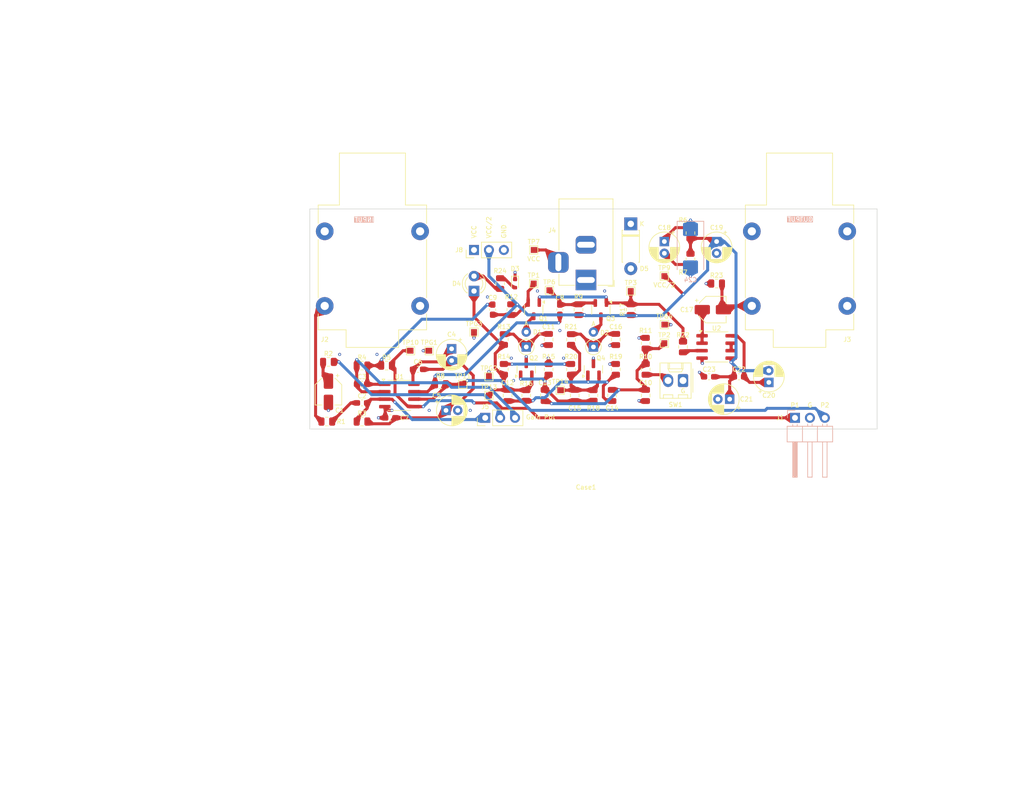
<source format=kicad_pcb>
(kicad_pcb (version 20240108) (generator "pcbnew") (generator_version "8.0")
  (layers (0 "F.Cu" signal) (1 "In1.Cu" power) (2 "In2.Cu" power) (31 "B.Cu" signal) (34 "B.Paste" user) (35 "F.Paste" user) (36 "B.SilkS" user "B.Silkscreen") (37 "F.SilkS" user "F.Silkscreen") (38 "B.Mask" user) (39 "F.Mask" user) (44 "Edge.Cuts" user))
  (net 0 "")
  (net 1 "GNDA")
  (net 2 "Net-(C1-Pad1)")
  (net 3 "Net-(C2-Pad1)")
  (net 4 "Net-(J5-Pin_1)")
  (net 5 "/VSIG")
  (net 6 "Net-(J5-Pin_3)")
  (net 7 "VCC{slash}2")
  (net 8 "VCC")
  (net 9 "/EQOUT")
  (net 10 "/jfet_footswitch/SWOUT")
  (net 11 "/jfet_footswitch/SW")
  (net 12 "Net-(D1-K)")
  (net 13 "Net-(Q4-B)")
  (net 14 "Net-(D4-K)")
  (net 15 "Net-(Q2-B)")
  (net 16 "Net-(Q4-C)")
  (net 17 "Net-(D2-K)")
  (net 18 "Net-(U2A--)")
  (net 19 "/jfet_footswitch/VOUT")
  (net 20 "Net-(D1-A)")
  (net 21 "Net-(D2-A)")
  (net 22 "Net-(Q1-S)")
  (net 23 "/IN")
  (net 24 "Net-(J5-Pin_2)")
  (net 25 "/P1")
  (net 26 "Net-(R10-Pad1)")
  (net 27 "Net-(R14-Pad2)")
  (net 28 "Net-(U2A-+)")
  (net 29 "Net-(U2B--)")
  (net 34 "Net-(D3-A)")
  (net 35 "Net-(D4-A)")
  (net 36 "Net-(Q3-S)")
  (net 37 "/P2")
  (footprint "Capacitor_THT:CP_Radial_D5.0mm_P2.00mm" (layer "F.Cu") (at 141.148 84.843638 -90)
    (property "Reference" "C4")
    (property "Value" "100u")
  )
  (footprint "Capacitor_SMD:C_0805_2012Metric" (layer "F.Cu") (at 169.088 83.257 90)
    (property "Reference" "C16")
    (property "Value" "22n")
  )
  (footprint "Resistor_SMD:R_0805_2012Metric" (layer "F.Cu") (at 180.518 84.527 90)
    (property "Reference" "R22")
    (property "Value" "4.7K")
  )
  (footprint "Resistor_SMD:R_0805_2012Metric" (layer "F.Cu") (at 165.278 92.782 -90)
    (property "Reference" "R18")
    (property "Value" "56K")
  )
  (footprint "Capacitor_SMD:C_0805_2012Metric" (layer "F.Cu") (at 174.168 92.782 90)
    (property "Reference" "C10")
    (property "Value" "1n")
  )
  (footprint "Diode_THT:D_DO-35_SOD27_P2.54mm_Vertical_AnodeUp" (layer "F.Cu") (at 153.848 84.527 90)
    (property "Reference" "D1")
    (property "Value" "1N914")
  )
  (footprint "Resistor_SMD:R_0805_2012Metric" (layer "F.Cu") (at 150.038 83.257 90)
    (property "Reference" "R13")
    (property "Value" "1M")
  )
  (footprint "Resistor_SMD:R_0805_2012Metric" (layer "F.Cu") (at 157.658 88.337 -90)
    (property "Reference" "R15")
    (property "Value" "56K")
  )
  (footprint "Package_SO:SOIC-8_3.9x4.9mm_P1.27mm" (layer "F.Cu") (at 186.233 84.527)
    (property "Reference" "U2")
    (property "Value" "TL072")
  )
  (footprint "Resistor_SMD:R_0805_2012Metric" (layer "F.Cu") (at 169.088 88.337 -90)
    (property "Reference" "R19")
    (property "Value" "56K")
  )
  (footprint "Resistor_SMD:R_0805_2012Metric" (layer "F.Cu") (at 130.08 87.702)
    (property "Reference" "R5")
    (property "Value" "10K")
  )
  (footprint "Capacitor_SMD:C_0805_2012Metric" (layer "F.Cu") (at 168.453 92.782 90)
    (property "Reference" "C14")
    (property "Value" "220p")
  )
  (footprint "Resistor_SMD:R_0805_2012Metric" (layer "F.Cu") (at 125.908 97.227 180)
    (property "Reference" "R3")
    (property "Value" "470K")
  )
  (footprint "Package_SO:SOIC-8_3.9x4.9mm_P1.27mm" (layer "F.Cu") (at 132.258 92.782)
    (property "Reference" "U1")
    (property "Value" "TL072")
  )
  (footprint "Diode_THT:D_DO-41_SOD81_P7.62mm_Horizontal" (layer "F.Cu") (at 171.628 63.572 -90)
    (property "Reference" "D5")
    (property "Value" "1N4001")
  )
  (footprint "TestPoint:TestPoint_Pad_1.0x1.0mm" (layer "F.Cu") (at 159.623 91.893)
    (property "Reference" "TP14")
    (property "Value" "TestPoint")
  )
  (footprint "TestPoint:TestPoint_Pad_1.0x1.0mm" (layer "F.Cu") (at 177.343 80.717)
    (property "Reference" "TPG4")
    (property "Value" "TestPoint")
  )
  (footprint "Capacitor_SMD:C_0603_1608Metric_Pad1.08x0.95mm_HandSolder" (layer "F.Cu") (at 190.043 89.607)
    (property "Reference" "C22")
    (property "Value" "0.1u")
  )
  (footprint "LED_THT:LED_D3.0mm_Clear" (layer "F.Cu") (at 144.958 75.007 90)
    (property "Reference" "D4")
    (property "Value" "1.5-2V")
  )
  (footprint "Capacitor_SMD:C_0603_1608Metric_Pad1.08x0.95mm_HandSolder" (layer "F.Cu") (at 135.433 88.337 180)
    (property "Reference" "C6")
    (property "Value" "0.1u")
  )
  (footprint "Resistor_SMD:R_0805_2012Metric" (layer "F.Cu") (at 186.233 73.732)
    (property "Reference" "R23")
    (property "Value" "1M")
  )
  (footprint "Resistor_SMD:R_0805_2012Metric" (layer "F.Cu") (at 174.168 88.337 90)
    (property "Reference" "R10")
    (property "Value" "100")
  )
  (footprint "Package_TO_SOT_SMD:SOT-23-3" (layer "F.Cu") (at 166.548 78.177 -90)
    (property "Reference" "Q3")
    (property "Value" "MMBF4393LT1G")
  )
  (footprint "Capacitor_SMD:C_0603_1608Metric_Pad1.08x0.95mm_HandSolder" (layer "F.Cu") (at 148.133 78.177 -90)
    (property "Reference" "C9")
    (property "Value" "1u")
  )
  (footprint "Resistor_SMD:R_0805_2012Metric" (layer "F.Cu") (at 161.468 83.257 90)
    (property "Reference" "R21")
    (property "Value" "1M")
  )
  (footprint "Resistor_SMD:R_0805_2012Metric" (layer "F.Cu") (at 174.168 83.892 90)
    (property "Reference" "R11")
    (property "Value" "1M")
  )
  (footprint "Capacitor_SMD:C_0603_1608Metric_Pad1.08x0.95mm_HandSolder" (layer "F.Cu") (at 159.563 78.177 -90)
    (property "Reference" "C8")
    (property "Value" "1u")
  )
  (footprint "Capacitor_SMD:C_0603_1608Metric_Pad1.08x0.95mm_HandSolder" (layer "F.Cu") (at 130.715 96.592)
    (property "Reference" "C7")
    (property "Value" "0.1u")
  )
  (footprint "TestPoint:TestPoint_Pad_1.0x1.0mm" (layer "F.Cu") (at 155.118 68.017)
    (property "Reference" "TP7")
    (property "Value" "TestPoint")
  )
  (footprint "Capacitor_THT:CP_Radial_D5.0mm_P2.00mm" (layer "F.Cu") (at 188.456363 93.417 180)
    (property "Reference" "C21")
    (property "Value" "100u")
  )
  (footprint "TestPoint:TestPoint_Pad_1.0x1.0mm" (layer "F.Cu") (at 143.053 90.877 180)
    (property "Reference" "TP11")
    (property "Value" "TestPoint")
  )
  (footprint "TestPoint:TestPoint_Pad_1.0x1.0mm" (layer "F.Cu") (at 144.958 81.987)
    (property "Reference" "TPG3")
    (property "Value" "TestPoint")
  )
  (footprint "Capacitor_SMD:CP_Elec_4x5.4" (layer "F.Cu") (at 120.193 92.147 -90)
    (property "Reference" "C1")
    (property "Value" "10u")
  )
  (footprint "Resistor_SMD:R_0805_2012Metric" (layer "F.Cu") (at 150.038 88.337 90)
    (property "Reference" "R14")
    (property "Value" "56K")
  )
  (footprint "Capacitor_SMD:C_0805_2012Metric" (layer "F.Cu") (at 157.658 83.257 90)
    (property "Reference" "C11")
    (property "Value" "22n")
  )
  (footprint "Resistor_SMD:R_0805_2012Metric" (layer "F.Cu") (at 120.193 87.067 180)
    (property "Reference" "R2")
    (property "Value" "2.2K")
  )
  (footprint "Resistor_SMD:R_0805_2012Metric" (layer "F.Cu") (at 162.738 78.177 90)
    (property "Reference" "R9")
    (property "Value" "1M")
  )
  (footprint "TestPoint:TestPoint_Pad_1.0x1.0mm" (layer "F.Cu") (at 134.163 85.162 180)
    (property "Reference" "TP10")
    (property "Value" "TestPoint")
  )
  (footprint "TestPoint:TestPoint_Pad_1.0x1.0mm" (layer "F.Cu") (at 157.785 74.875)
    (property "Reference" "TP6")
    (property "Value" "TestPoint")
  )
  (footprint "Package_TO_SOT_SMD:SOT-23" (layer "F.Cu") (at 165.278 88.337 90)
    (property "Reference" "Q4")
    (property "Value" "PZT2222A")
  )
  (footprint "Resistor_SMD:R_0805_2012Metric" (layer "F.Cu") (at 119.9155 97.227)
    (property "Reference" "R1")
    (property "Value" "10K")
  )
  (footprint "Capacitor_SMD:C_0805_2012Metric" (layer "F.Cu") (at 162.103 92.782 -90)
    (property "Reference" "C15")
    (property "Value" "470p")
  )
  (footprint "TestPoint:TestPoint_Pad_1.0x1.0mm" (layer "F.Cu") (at 177.343 83.892)
    (property "Reference" "TP2")
    (property "Value" "TestPoint")
  )
  (footprint "Capacitor_SMD:CP_Elec_4x5.4" (layer "F.Cu") (at 185.598 78.177)
    (property "Reference" "C17")
    (property "Value" "10u")
  )
  (footprint "Resistor_SMD:R_0805_2012Metric" (layer "F.Cu") (at 181.788 69.5725 -90)
    (property "Reference" "R7")
    (property "Value" "3.3K")
  )
  (footprint "Resistor_SMD:R_0805_2012Metric" (layer "F.Cu") (at 149.403 73.732 90)
    (property "Reference" "R24")
    (property "Value" "2.2K")
  )
  (footprint "TestPoint:TestPoint_Pad_1.0x1.0mm" (layer "F.Cu") (at 147.498 92.782 180)
    (property "Reference" "TP13")
    (property "Value" "TestPoint")
  )
  (footprint "Project_Library:Jack_6.35mm_Neutrik_NMJ4HFD2_Horizontal" (layer "F.Cu") (at 192.228 77.542 90)
    (property "Reference" "J3")
    (property "Value" "AudioJackOut")
  )
  (footprint "Connector_PinHeader_2.54mm:PinHeader_1x03_P2.54mm_Vertical" (layer "F.Cu") (at 144.958 68.017 90)
    (property "Reference" "J8")
    (property "Value" "PWR")
  )
  (footprint "TestPoint:TestPoint_Pad_1.0x1.0mm" (layer "F.Cu") (at 177.343 72.462)
    (property "Reference" "TP9")
    (property "Value" "TestPoint")
  )
  (footprint "Capacitor_SMD:C_0603_1608Metric_Pad1.08x0.95mm_HandSolder" (layer "F.Cu") (at 125.908 90.877)
    (property "Reference" "C3")
    (property "Value" "270p")
  )
  (footprint "Resistor_SMD:R_0805_2012Metric" (layer "F.Cu") (at 139.243 90.877 180)
    (property "Reference" "R8")
    (property "Value" "10K")
  )
  (footprint "Package_TO_SOT_SMD:SOT-23-3" (layer "F.Cu") (at 155.118 78.177 -90)
    (property "Reference" "Q1")
    (property "Value" "MMBF4393LT1G")
  )
  (footprint "Capacitor_THT:CP_Radial_D5.0mm_P2.00mm" (layer "F.Cu") (at 177.343 66.58 -90)
    (property "Reference" "C18")
    (property "Value" "100u")
  )
  (footprint "Connector_Molex:Molex_KK-254_AE-6410-02A_1x02_P2.54mm_Vertical" (layer "F.Cu") (at 180.518 90.242 180)
    (property "Reference" "SW1")
    (property "Value" "SW_Push")
  )
  (footprint "Connector_PinHeader_2.54mm:PinHeader_1x03_P2.54mm_Vertical" (layer "F.Cu") (at 146.863 96.592 90)
    (property "Reference" "J5")
    (property "Value" "Gain")
  )
  (footprint "Project_Library:Jack_6.35mm_Neutrik_NMJ4HFD2_Horizontal" (layer "F.Cu") (at 119.558 77.542 90)
    (property "Reference" "J2")
    (property "Value" "AudioJackIn")
  )
  (footprint "Diode_THT:D_DO-35_SOD27_P2.54mm_Vertical_AnodeUp" (layer "F.Cu") (at 165.278 84.527 90)
    (property "Reference" "D2")
    (property "Value" "1N914")
  )
  (footprint "Capacitor_THT:CP_Radial_D5.0mm_P2.00mm" (layer "F.Cu") (at 186.233 66.58 -90)
    (property "Reference" "C19")
    (property "Value" "47u")
  )
  (footprint "Capacitor_SMD:C_0805_2012Metric" (layer "F.Cu") (at 157.023 92.782 90)
    (property "Reference" "C13")
    (property "Value" "220p")
  )
  (footprint "Capacitor_THT:CP_Radial_D5.0mm_P2.00mm" (layer "F.Cu") (at 140.194638 95.322)
    (property "Reference" "C5")
    (property "Value" "100u")
  )
  (footprint "Resistor_SMD:R_0805_2012Metric" (layer "F.Cu") (at 161.468 88.337 90)
    (property "Reference" "R20")
    (property "Value" "56K")
  )
  (footprint "Resistor_SMD:R_0805_2012Metric" (layer "F.Cu") (at 171.628 78.177 90)
    (property "Reference" "R17")
    (property "Value" "1M")
  )
  (footprint "Capacitor_SMD:C_0805_2012Metric" (layer "F.Cu") (at 150.673 92.782 -90)
    (property "Reference" "C12")
    (property "Value" "470p")
  )
  (footprint "TestPoint:TestPoint_Pad_1.0x1.0mm" (layer "F.Cu") (at 171.628 75.002)
    (property "Reference" "TP3")
    (property "Value" "TestPoint")
  )
  (footprint "TestPoint:TestPoint_Pad_1.0x1.0mm" (layer "F.Cu") (at 137.338 85.162)
    (property "Reference" "TPG1")
    (property "Value" "TestPoint")
  )
  (footprint "Diode_SMD:D_SOD-523" (layer "F.Cu") (at 151.943 73.732 -90)
    (property "Reference" "D3")
    (property "Value" "5.6V ZENER EDZVT2R5.6B")
  )
  (footprint "Capacitor_SMD:C_0603_1608Metric_Pad1.08x0.95mm_HandSolder" (layer "F.Cu") (at 184.963 89.607)
    (property "Reference" "C23")
    (property "Value" "0.1u")
  )
  (footprint "Package_TO_SOT_SMD:SOT-23" (layer "F.Cu") (at 153.848 88.337 90)
    (property "Reference" "Q2")
    (property "Value" "PZT2222A")
  )
  (footprint "TestPoint:TestPoint_Pad_1.0x1.0mm" (layer "F.Cu") (at 155.118 73.732)
    (property "Reference" "TP1")
    (property "Value" "TestPoint")
  )
  (footprint "Connector_BarrelJack:BarrelJack_Horizontal" (layer "F.Cu") (at 164.008 73.128 -90)
    (property "Reference" "J4")
    (property "Value" "Barrel_Jack_Switch")
  )
  (footprint "Resistor_SMD:R_0805_2012Metric" (layer "F.Cu") (at 181.788 65.1275 -90)
    (property "Reference" "R6")
    (property "Value" "3.3K")
  )
  (footprint "Resistor_SMD:R_0805_2012Metric" (layer "F.Cu") (at 153.848 92.782 90)
    (property "Reference" "R16")
    (property "Value" "56K")
  )
  (footprint "Project_Library:Hammond_1444-542" (layer "F.Cu") (at 164.008 108.911)
    (property "Reference" "Case1")
    (property "Value" "~")
  )
  (footprint "Resistor_SMD:R_0805_2012Metric" (layer "F.Cu") (at 151.308 78.177 -90)
    (property "Reference" "R12")
    (property "Value" "1M")
  )
  (footprint "Resistor_SMD:R_0805_2012Metric" (layer "F.Cu") (at 125.908 87.702)
    (property "Reference" "R4")
    (property "Value" "10K")
  )
  (footprint "Capacitor_SMD:C_0603_1608Metric_Pad1.08x0.95mm_HandSolder" (layer "F.Cu") (at 125.908 94.052)
    (property "Reference" "C2")
    (property "Value" "0.22u")
  )
  (footprint "Capacitor_THT:CP_Radial_D5.0mm_P2.00mm" (layer "F.Cu") (at 195.123 90.560363 90)
    (property "Reference" "C20")
    (property "Value" "100u")
  )
  (footprint "TestPoint:TestPoint_Pad_1.0x1.0mm" (layer "F.Cu") (at 147.498 89.607)
    (property "Reference" "TPG2")
    (property "Value" "TestPoint")
  )
  (footprint "Capacitor_Tantalum_SMD:CP_EIA-7343-31_Kemet-D_Pad2.25x2.55mm_HandSolder" (layer "B.Cu") (at 181.788 67.716 -90)
    (property "Reference" "C24")
    (property "Value" "100u")
  )
  (footprint "Connector_PinHeader_2.54mm:PinHeader_1x03_P2.54mm_Horizontal" (layer "B.Cu") (at 199.568 96.592 -90)
    (property "Reference" "J1")
    (property "Value" "RV")
  )
  (gr_line (start 213.538 61.032) (end 213.538 98.497) (stroke (width 0.1)) (layer "Edge.Cuts"))
  (gr_line (start 117.018 61.032) (end 213.538 61.032) (stroke (width 0.1)) (layer "Edge.Cuts"))
  (gr_line (start 117.018 98.497) (end 117.018 61.032) (stroke (width 0.1)) (layer "Edge.Cuts"))
  (gr_line (start 213.538 98.497) (end 117.018 98.497) (stroke (width 0.1)) (layer "Edge.Cuts"))
  (gr_text "INPUT" (at 126.289 63.318 0) (layer "B.SilkS" knockout) (effects (font (size 0.762 0.762) (thickness 0.127)) (justify bottom mirror)))
  (gr_text "OUTPUT" (at 200.457 63.27 0) (layer "B.SilkS" knockout) (effects (font (size 0.762 0.762) (thickness 0.127)) (justify bottom mirror)))
  (gr_text "VCC" (at 144.958 66.112 90) (layer "F.SilkS") (effects (font (size 0.762 0.762) (thickness 0.127)) (justify left)))
  (gr_text "VCC/2" (at 147.498 66.112 90) (layer "F.SilkS") (effects (font (size 0.762 0.762) (thickness 0.127)) (justify left)))
  (gr_text "Gain Pot" (at 153.721 96.465 0) (layer "F.SilkS") (effects (font (size 0.762 0.762) (thickness 0.127)) (justify left)))
  (gr_text "VCC/2" (at 177.343 73.986 0) (layer "F.SilkS") (effects (font (size 0.762 0.762) (thickness 0.127))))
  (gr_text "P2" (at 204.648 94.433 0) (layer "F.SilkS") (effects (font (size 0.762 0.762) (thickness 0.127))))
  (gr_text "G" (at 180.518 92.02 0) (layer "F.SilkS") (effects (font (size 0.762 0.762) (thickness 0.127))))
  (gr_text "P1" (at 199.568 94.433 0) (layer "F.SilkS") (effects (font (size 0.762 0.762) (thickness 0.127))))
  (gr_text "G" (at 202.108 94.433 0) (layer "F.SilkS") (effects (font (size 0.762 0.762) (thickness 0.127))))
  (gr_text "VCC" (at 155.118 69.541 0) (layer "F.SilkS") (effects (font (size 0.762 0.762) (thickness 0.127))))
  (gr_text "GND" (at 150.038 66.112 90) (layer "F.SilkS") (effects (font (size 0.762 0.762) (thickness 0.127)) (justify left)))
  (segment (start 169.088 87.4245) (end 168.0955 87.4245) (width 0.508) (layer "F.Cu") (net 1))
  (segment (start 157.658 87.4245) (end 157.658 86.499594) (width 0.508) (layer "F.Cu") (net 1))
  (segment (start 184.1005 89.607) (end 183.3385 88.845) (width 0.508) (layer "F.Cu") (net 1))
  (segment (start 120.193 93.947) (end 120.193 95.322) (width 0.508) (layer "F.Cu") (net 1))
  (segment (start 168.0955 87.4245) (end 168.072 87.448) (width 0.508) (layer "F.Cu") (net 1))
  (segment (start 185.3205 73.732) (end 184.455 73.732) (width 0.508) (layer "F.Cu") (net 1))
  (segment (start 174.168 93.732) (end 173.086002 93.732) (width 0.508) (layer "F.Cu") (net 1))
  (segment (start 137.338 85.162) (end 136.322004 85.162) (width 0.508) (layer "F.Cu") (net 1))
  (segment (start 156.581 84.207) (end 156.515 84.273) (width 0.508) (layer "F.Cu") (net 1))
  (segment (start 183.758 87.259) (end 183.82 87.321) (width 0.508) (layer "F.Cu") (net 1))
  (segment (start 169.088 84.207) (end 168.138 84.207) (width 0.508) (layer "F.Cu") (net 1))
  (segment (start 157.658 86.499594) (end 157.590406 86.432) (width 0.508) (layer "F.Cu") (net 1))
  (segment (start 165.278 87.3995) (end 165.278 86.432) (width 0.508) (layer "F.Cu") (net 1))
  (segment (start 157.658 84.207) (end 156.581 84.207) (width 0.508) (layer "F.Cu") (net 1))
  (segment (start 178.430158 80.717) (end 178.458079 80.744921) (width 0.508) (layer "F.Cu") (net 1))
  (segment (start 153.848 87.3995) (end 153.848 86.178) (width 0.508) (layer "F.Cu") (net 1))
  (segment (start 173.086002 93.732) (end 173.025002 93.671) (width 0.508) (layer "F.Cu") (net 1))
  (segment (start 147.498 89.607) (end 147.498 88.718) (width 0.508) (layer "F.Cu") (net 1))
  (segment (start 144.958 81.987) (end 144.958 83.003) (width 0.508) (layer "F.Cu") (net 1))
  (segment (start 181.788 70.485) (end 179.248 70.485) (width 0.508) (layer "F.Cu") (net 1))
  (segment (start 129.8525 96.592) (end 128.701996 96.592) (width 0.508) (layer "F.Cu") (net 1))
  (segment (start 183.758 86.432) (end 183.758 87.259) (width 0.508) (layer "F.Cu") (net 1))
  (segment (start 129.8525 94.7565) (end 129.783 94.687) (width 0.508) (layer "F.Cu") (net 1))
  (segment (start 130.418 95.322) (end 129.783 94.687) (width 0.508) (layer "F.Cu") (net 1))
  (segment (start 130.988 95.322) (end 130.418 95.322) (width 0.508) (layer "F.Cu") (net 1))
  (segment (start 177.343 80.717) (end 178.430158 80.717) (width 0.508) (layer "F.Cu") (net 1))
  (segment (start 179.248 70.485) (end 177.343 68.58) (width 0.508) (layer "F.Cu") (net 1))
  (segment (start 129.8525 96.592) (end 129.8525 94.7565) (width 0.508) (layer "F.Cu") (net 1))
  (segment (start 168.138 84.207) (end 168.072 84.273) (width 0.508) (layer "F.Cu") (net 1))
  (segment (start 183.3385 88.845) (end 183.312008 88.845) (width 0.508) (layer "F.Cu") (net 1))
  (via (at 120.193 95.322) (size 0.508) (drill 0.254) (layers "F.Cu" "B.Cu") (net 1))
  (via (at 137.338 95.322) (size 0.508) (drill 0.254) (layers "F.Cu" "B.Cu") (net 1))
  (via (at 184.455 73.732) (size 0.508) (drill 0.254) (layers "F.Cu" "B.Cu") (net 1))
  (via (at 156.515 84.273) (size 0.508) (drill 0.254) (layers "F.Cu" "B.Cu") (net 1))
  (via (at 153.848 86.178) (size 0.508) (drill 0.254) (layers "F.Cu" "B.Cu") (net 1))
  (via (at 160.198 86.432) (size 0.508) (drill 0.254) (layers "F.Cu" "B.Cu") (net 1))
  (via (at 167.183 75.002) (size 0.508) (drill 0.254) (layers "F.Cu" "B.Cu") (net 1))
  (via (at 165.278 86.432) (size 0.508) (drill 0.254) (layers "F.Cu" "B.Cu") (net 1))
  (via (at 144.323 95.322) (size 0.508) (drill 0.254) (layers "F.Cu" "B.Cu") (net 1))
  (via (at 128.448 85.797) (size 0.508) (drill 0.254) (layers "F.Cu" "B.Cu") (net 1))
  (via (at 183.82 87.321) (size 0.508) (drill 0.254) (layers "F.Cu" "B.Cu") (net 1))
  (via (at 181.788 72.462) (size 0.508) (drill 0.254) (layers "F.Cu" "B.Cu") (net 1))
  (via (at 178.458079 80.744921) (size 0.508) (drill 0.254) (layers "F.Cu" "B.Cu") (net 1))
  (via (at 128.701996 96.592) (size 0.508) (drill 0.254) (layers "F.Cu" "B.Cu") (net 1))
  (via (at 155.753 75.002) (size 0.508) (drill 0.254) (layers "F.Cu" "B.Cu") (net 1))
  (via (at 144.958 83.003) (size 0.508) (drill 0.254) (layers "F.Cu" "B.Cu") (net 1))
  (via (at 136.322004 85.162) (size 0.508) (drill 0.254) (layers "F.Cu" "B.Cu") (net 1))
  (via (at 151.308 86.432) (size 0.508) (drill 0.254) (layers "F.Cu" "B.Cu") (net 1))
  (via (at 151.689 90.242) (size 0.508) (drill 0.254) (layers "F.Cu" "B.Cu") (net 1))
  (via (at 159.563 81.733) (size 0.508) (drill 0.254) (layers "F.Cu" "B.Cu") (net 1))
  (via (at 183.312008 88.845) (size 0.508) (drill 0.254) (layers "F.Cu" "B.Cu") (net 1))
  (via (at 147.244 76.018) (size 0.508) (drill 0.254) (layers "F.Cu" "B.Cu") (net 1))
  (via (at 130.988 95.322) (size 0.508) (drill 0.254) (layers "F.Cu" "B.Cu") (net 1))
  (via (at 168.072 87.448) (size 0.508) (drill 0.254) (layers "F.Cu" "B.Cu") (net 1))
  (via (at 157.590406 86.432) (size 0.508) (drill 0.254) (layers "F.Cu" "B.Cu") (net 1))
  (via (at 122.098 85.797) (size 0.508) (drill 0.254) (layers "F.Cu" "B.Cu") (net 1))
  (via (at 147.498 88.718) (size 0.508) (drill 0.254) (layers "F.Cu" "B.Cu") (net 1))
  (via (at 173.025002 93.671) (size 0.508) (drill 0.254) (layers "F.Cu" "B.Cu") (net 1))
  (via (at 168.072 84.273) (size 0.508) (drill 0.254) (layers "F.Cu" "B.Cu") (net 1))
  (segment (start 181.788 70.916) (end 181.788 72.462) (width 0.508) (layer "B.Cu") (net 1))
  (segment (start 119.2805 89.4345) (end 119.2805 87.067) (width 0.508) (layer "F.Cu") (net 2))
  (segment (start 120.193 90.347) (end 119.2805 89.4345) (width 0.508) (layer "F.Cu") (net 2))
  (segment (start 124.003 94.052) (end 120.828 97.227) (width 0.508) (layer "F.Cu") (net 3))
  (segment (start 125.0455 94.052) (end 124.003 94.052) (width 0.508) (layer "F.Cu") (net 3))
  (segment (start 126.7705 94.052) (end 127.4055 93.417) (width 0.508) (layer "F.Cu") (net 4))
  (segment (start 126.7705 94.968224) (end 124.9955 96.743224) (width 0.508) (layer "F.Cu") (net 4))
  (segment (start 124.9955 96.743224) (end 124.9955 97.227) (width 0.508) (layer "F.Cu") (net 4))
  (segment (start 130.988 93.417) (end 129.783 93.417) (width 0.508) (layer "F.Cu") (net 4))
  (segment (start 131.496 93.925) (end 130.988 93.417) (width 0.508) (layer "F.Cu") (net 4))
  (segment (start 126.7705 94.052) (end 126.7705 94.968224) (width 0.508) (layer "F.Cu") (net 4))
  (segment (start 127.4055 93.417) (end 129.783 93.417) (width 0.508) (layer "F.Cu") (net 4))
  (via (at 131.496 93.925) (size 0.508) (drill 0.254) (layers "F.Cu" "B.Cu") (net 4))
  (segment (start 146.863 96.592) (end 146.571 96.884) (width 0.508) (layer "B.Cu") (net 4))
  (segment (start 146.571 96.884) (end 134.455 96.884) (width 0.508) (layer "B.Cu") (net 4))
  (segment (start 134.455 96.884) (end 131.496 93.925) (width 0.508) (layer "B.Cu") (net 4))
  (segment (start 129.1675 87.702) (end 126.8205 87.702) (width 0.508) (layer "F.Cu") (net 5))
  (segment (start 126.8205 90.827) (end 126.7705 90.877) (width 0.508) (layer "F.Cu") (net 5))
  (segment (start 126.7705 90.877) (end 129.783 90.877) (width 0.508) (layer "F.Cu") (net 5))
  (segment (start 129.21 86.686) (end 129.21 87.6595) (width 0.508) (layer "F.Cu") (net 5))
  (segment (start 126.8205 87.702) (end 126.8205 90.827) (width 0.508) (layer "F.Cu") (net 5))
  (segment (start 129.21 87.6595) (end 129.1675 87.702) (width 0.508) (layer "F.Cu") (net 5))
  (segment (start 148.133 77.3145) (end 147.2705 77.3145) (width 0.508) (layer "F.Cu") (net 5))
  (segment (start 147.2705 77.3145) (end 147.244 77.288) (width 0.508) (layer "F.Cu") (net 5))
  (via (at 129.21 86.686) (size 0.508) (drill 0.254) (layers "F.Cu" "B.Cu") (net 5))
  (via (at 147.244 77.288) (size 0.508) (drill 0.254) (layers "F.Cu" "B.Cu") (net 5))
  (segment (start 147.244 77.288) (end 144.728 79.804) (width 0.508) (layer "B.Cu") (net 5))
  (segment (start 144.728 79.804) (end 136.092 79.804) (width 0.508) (layer "B.Cu") (net 5))
  (segment (start 136.092 79.804) (end 129.21 86.686) (width 0.508) (layer "B.Cu") (net 5))
  (segment (start 124.9955 90.827) (end 125.0455 90.877) (width 0.508) (layer "F.Cu") (net 6))
  (segment (start 125.019 86.686) (end 125.019 87.6785) (width 0.508) (layer "F.Cu") (net 6))
  (segment (start 125.019 87.6785) (end 124.9955 87.702) (width 0.508) (layer "F.Cu") (net 6))
  (segment (start 124.9955 87.702) (end 124.9955 90.827) (width 0.508) (layer "F.Cu") (net 6))
  (segment (start 125.0455 91.352) (end 125.0455 90.877) (width 0.508) (layer "F.Cu") (net 6))
  (segment (start 129.783 92.147) (end 125.8405 92.147) (width 0.508) (layer "F.Cu") (net 6))
  (segment (start 125.8405 92.147) (end 125.0455 91.352) (width 0.508) (layer "F.Cu") (net 6))
  (via (at 125.019 86.686) (size 0.508) (drill 0.254) (layers "F.Cu" "B.Cu") (net 6))
  (segment (start 141.148 91.385) (end 140.386 90.623) (width 0.508) (layer "B.Cu") (net 6))
  (segment (start 147.498 91.385) (end 141.148 91.385) (width 0.508) (layer "B.Cu") (net 6))
  (segment (start 151.943 95.83) (end 147.498 91.385) (width 0.508) (layer "B.Cu") (net 6))
  (segment (start 151.943 96.592) (end 151.943 95.83) (width 0.508) (layer "B.Cu") (net 6))
  (segment (start 128.956 90.623) (end 125.019 86.686) (width 0.508) (layer "B.Cu") (net 6))
  (segment (start 140.386 90.623) (end 128.956 90.623) (width 0.508) (layer "B.Cu") (net 6))
  (segment (start 189.1805 89.607) (end 189.1805 87.60451) (width 0.508) (layer "F.Cu") (net 7))
  (segment (start 163.754 79.066) (end 162.7615 79.066) (width 0.508) (layer "F.Cu") (net 7))
  (segment (start 188.456363 93.417) (end 188.456363 90.331137) (width 0.508) (layer "F.Cu") (net 7))
  (segment (start 127.2015 97.608) (end 130.5615 97.608) (width 0.508) (layer "F.Cu") (net 7))
  (segment (start 136.2955 88.337) (end 139.654638 88.337) (width 0.508) (layer "F.Cu") (net 7))
  (segment (start 177.343 72.462) (end 177.47 72.462) (width 0.508) (layer "F.Cu") (net 7))
  (segment (start 188.708 86.432) (end 188.708 87.132) (width 0.508) (layer "F.Cu") (net 7))
  (segment (start 181.788 66.04) (end 181.788 68.66) (width 0.508) (layer "F.Cu") (net 7))
  (segment (start 141.148 86.843638) (end 142.27937 86.843638) (width 0.508) (layer "F.Cu") (net 7))
  (segment (start 181.788 66.04) (end 185.693 66.04) (width 0.508) (layer "F.Cu") (net 7))
  (segment (start 185.8255 89.607) (end 189.1805 89.607) (width 0.508) (layer "F.Cu") (net 7))
  (segment (start 138.924638 96.592) (end 131.5775 96.592) (width 0.508) (layer "F.Cu") (net 7))
  (segment (start 171.7315 79.193) (end 171.628 79.0895) (width 0.508) (layer "F.Cu") (net 7))
  (segment (start 142.27937 86.843638) (end 144.831 89.395268) (width 0.508) (layer "F.Cu") (net 7))
  (segment (start 144.831 91.623) (end 142.44 94.014) (width 0.508) (layer "F.Cu") (net 7))
  (segment (start 126.7705 97.177) (end 126.8205 97.227) (width 0.508) (layer "F.Cu") (net 7))
  (segment (start 189.1805 87.60451) (end 188.707995 87.132005) (width 0.508) (layer "F.Cu") (net 7))
  (segment (start 188.708 87.132) (end 188.707995 87.132005) (width 0.508) (layer "F.Cu") (net 7))
  (segment (start 177.47 72.462) (end 180.5815 75.5735) (width 0.508) (layer "F.Cu") (net 7))
  (segment (start 126.8205 97.227) (end 127.2015 97.608) (width 0.508) (layer "F.Cu") (net 7))
  (segment (start 151.3315 77.288) (end 151.308 77.2645) (width 0.508) (layer "F.Cu") (net 7))
  (segment (start 152.324 77.288) (end 151.3315 77.288) (width 0.508) (layer "F.Cu") (net 7))
  (segment (start 162.7615 79.066) (end 162.738 79.0895) (width 0.508) (layer "F.Cu") (net 7))
  (segment (start 142.44 94.014) (end 141.502638 94.014) (width 0.508) (layer "F.Cu") (net 7))
  (segment (start 140.194638 95.322) (end 138.924638 96.592) (width 0.508) (layer "F.Cu") (net 7))
  (segment (start 172.644 79.193) (end 171.7315 79.193) (width 0.508) (layer "F.Cu") (net 7))
  (segment (start 139.654638 88.337) (end 141.148 86.843638) (width 0.508) (layer "F.Cu") (net 7))
  (segment (start 185.693 66.04) (end 186.233 66.58) (width 0.508) (layer "F.Cu") (net 7))
  (segment (start 144.831 89.395268) (end 144.831 91.623) (width 0.508) (layer "F.Cu") (net 7))
  (segment (start 141.502638 94.014) (end 140.194638 95.322) (width 0.508) (layer "F.Cu") (net 7))
  (segment (start 130.5615 97.608) (end 131.5775 96.592) (width 0.508) (layer "F.Cu") (net 7))
  (segment (start 188.456363 90.331137) (end 189.1805 89.607) (width 0.508) (layer "F.Cu") (net 7))
  (via (at 180.5815 75.5735) (size 0.508) (drill 0.254) (layers "F.Cu" "B.Cu") (net 7))
  (via (at 188.707995 87.132005) (size 0.508) (drill 0.254) (layers "F.Cu" "B.Cu") (net 7))
  (via (at 163.754 79.066) (size 0.508) (drill 0.254) (layers "F.Cu" "B.Cu") (net 7))
  (via (at 152.324 77.288) (size 0.508) (drill 0.254) (layers "F.Cu" "B.Cu") (net 7))
  (via (at 172.644 79.193) (size 0.508) (drill 0.254) (layers "F.Cu" "B.Cu") (net 7))
  (segment (start 195.123 88.560363) (end 190.136353 88.560363) (width 0.508) (layer "B.Cu") (net 7))
  (segment (start 154.102 79.066) (end 152.324 77.288) (width 0.508) (layer "B.Cu") (net 7))
  (segment (start 190.136353 88.560363) (end 188.707995 87.132005) (width 0.508) (layer "B.Cu") (net 7))
  (segment (start 184.709 68.104) (end 184.709 71.445999) (width 0.508) (layer "B.Cu") (net 7))
  (segment (start 184.709 71.445999) (end 180.5815 75.5735) (width 0.508) (layer "B.Cu") (net 7))
  (segment (start 189.535 86.305) (end 188.707995 87.132005) (width 0.508) (layer "B.Cu") (net 7))
  (segment (start 190.073637 88.560363) (end 195.123 88.560363) (width 0.508) (layer "B.Cu") (net 7))
  (segment (start 180.5815 75.5735) (end 176.961999 79.193) (width 0.508) (layer "B.Cu") (net 7))
  (segment (start 163.881 79.193) (end 163.754 79.066) (width 0.508) (layer "B.Cu") (net 7))
  (segment (start 176.961999 79.193) (end 172.644 79.193) (width 0.508) (layer "B.Cu") (net 7))
  (segment (start 186.233 66.58) (end 187.541 66.58) (width 0.508) (layer "B.Cu") (net 7))
  (segment (start 186.233 66.58) (end 184.709 68.104) (width 0.508) (layer "B.Cu") (net 7))
  (segment (start 142.768362 86.843638) (end 141.148 86.843638) (width 0.508) (layer "B.Cu") (net 7))
  (segment (start 172.644 79.193) (end 163.881 79.193) (width 0.508) (layer "B.Cu") (net 7))
  (segment (start 187.541 66.58) (end 189.535 68.574) (width 0.508) (layer "B.Cu") (net 7))
  (segment (start 147.498 72.462) (end 152.324 77.288) (width 0.508) (layer "B.Cu") (net 7))
  (segment (start 147.498 68.017) (end 147.498 72.462) (width 0.508) (layer "B.Cu") (net 7))
  (segment (start 152.324 77.288) (end 142.768362 86.843638) (width 0.508) (layer "B.Cu") (net 7))
  (segment (start 163.754 79.066) (end 154.102 79.066) (width 0.508) (layer "B.Cu") (net 7))
  (segment (start 189.535 68.574) (end 189.535 86.305) (width 0.508) (layer "B.Cu") (net 7))
  (segment (start 134.5705 90.7145) (end 134.733 90.877) (width 0.508) (layer "F.Cu") (net 8))
  (segment (start 179.24 64.215) (end 181.788 64.215) (width 0.508) (layer "F.Cu") (net 8))
  (segment (start 134.5705 88.337) (end 134.697124 88.337) (width 0.508) (layer "F.Cu") (net 8))
  (segment (start 135.967124 87.067) (end 138.924638 87.067) (width 0.508) (layer "F.Cu") (net 8))
  (segment (start 155.118 68.017) (end 157.197 68.017) (width 0.508) (layer "F.Cu") (net 8))
  (segment (start 151.943 73.032) (end 151.943 71.827) (width 0.508) (layer "F.Cu") (net 8))
  (segment (start 173.0485 82.9795) (end 173.025 83.003) (width 0.508) (layer "F.Cu") (net 8))
  (segment (start 177.343 66.112) (end 179.24 64.215) (width 0.508) (layer "F.Cu") (net 8))
  (segment (start 190.9055 83.820582) (end 190.9055 89.607) (width 0.508) (layer "F.Cu") (net 8))
  (segment (start 191.858863 90.560363) (end 190.9055 89.607) (width 0.508) (layer "F.Cu") (net 8))
  (segment (start 195.123 90.560363) (end 191.858863 90.560363) (width 0.508) (layer "F.Cu") (net 8))
  (segment (start 134.697124 88.337) (end 135.967124 87.067) (width 0.508) (layer "F.Cu") (net 8))
  (segment (start 134.5705 88.337) (end 134.5705 90.7145) (width 0.508) (layer "F.Cu") (net 8))
  (segment (start 177.343 66.58) (end 177.343 66.112) (width 0.508) (layer "F.Cu") (net 8))
  (segment (start 157.197 68.017) (end 159.308 70.128) (width 0.508) (layer "F.Cu") (net 8))
  (segment (start 188.708 82.622) (end 189.706918 82.622) (width 0.508) (layer "F.Cu") (net 8))
  (segment (start 189.706918 82.622) (end 190.9055 83.820582) (width 0.508) (layer "F.Cu") (net 8))
  (segment (start 174.168 82.9795) (end 173.0485 82.9795) (width 0.508) (layer "F.Cu") (net 8))
  (segment (start 138.924638 87.067) (end 141.148 84.843638) (width 0.508) (layer "F.Cu") (net 8))
  (via (at 181.788 62.937) (size 0.508) (drill 0.254) (layers "F.Cu" "B.Cu") (net 8))
  (via (at 173.025 83.003) (size 0.508) (drill 0.254) (layers "F.Cu" "B.Cu") (net 8))
  (via (at 151.943 71.827) (size 0.508) (drill 0.254) (layers "F.Cu" "B.Cu") (net 8))
  (segment (start 181.788 64.516) (end 181.788 62.937) (width 0.508) (layer "B.Cu") (net 8))
  (segment (start 138.3305 90.877) (end 138.3305 89.541987) (width 0.508) (layer "F.Cu") (net 9))
  (segment (start 159.347 80.425) (end 159.346954 80.425) (width 0.508) (layer "F.Cu") (net 9))
  (segment (start 159.563 80.209) (end 159.347 80.425) (width 0.508) (layer "F.Cu") (net 9))
  (segment (start 137.0605 92.147) (end 134.733 92.147) (width 0.508) (layer "F.Cu") (net 9))
  (segment (start 138.3305 89.541987) (end 138.35401 89.518477) (width 0.508) (layer "F.Cu") (net 9))
  (segment (start 159.563 79.0395) (end 159.563 80.209) (width 0.508) (layer "F.Cu") (net 9))
  (segment (start 138.3305 90.877) (end 137.0605 92.147) (width 0.508) (layer "F.Cu") (net 9))
  (via (at 138.35401 89.518477) (size 0.508) (drill 0.254) (layers "F.Cu" "B.Cu") (net 9))
  (via (at 159.346954 80.425) (size 0.508) (drill 0.254) (layers "F.Cu" "B.Cu") (net 9))
  (segment (start 143.434 89.226) (end 152.235 80.425) (width 0.508) (layer "B.Cu") (net 9))
  (segment (start 152.235 80.425) (end 159.346954 80.425) (width 0.508) (layer "B.Cu") (net 9))
  (segment (start 138.35401 89.518477) (end 138.646487 89.226) (width 0.508) (layer "B.Cu") (net 9))
  (segment (start 138.646487 89.226) (end 143.434 89.226) (width 0.508) (layer "B.Cu") (net 9))
  (segment (start 180.518 81.368) (end 176.4145 77.2645) (width 0.508) (layer "F.Cu") (net 10))
  (segment (start 167.498 77.0395) (end 171.403 77.0395) (width 0.508) (layer "F.Cu") (net 10))
  (segment (start 171.628 75.002) (end 171.628 77.2645) (width 0.508) (layer "F.Cu") (net 10))
  (segment (start 176.4145 77.2645) (end 171.628 77.2645) (width 0.508) (layer "F.Cu") (net 10))
  (segment (start 156.068 77.0395) (end 156.068 76.084) (width 0.508) (layer "F.Cu") (net 10))
  (segment (start 180.518 83.6145) (end 180.518 81.368) (width 0.508) (layer "F.Cu") (net 10))
  (segment (start 171.403 77.0395) (end 171.628 77.2645) (width 0.508) (layer "F.Cu") (net 10))
  (segment (start 167.437 76.9785) (end 167.498 77.0395) (width 0.508) (layer "F.Cu") (net 10))
  (segment (start 156.068 76.084) (end 156.134 76.018) (width 0.508) (layer "F.Cu") (net 10))
  (segment (start 167.437 76.018) (end 167.437 76.9785) (width 0.508) (layer "F.Cu") (net 10))
  (via (at 156.134 76.018) (size 0.508) (drill 0.254) (layers "F.Cu" "B.Cu") (net 10))
  (via (at 167.437 76.018) (size 0.508) (drill 0.254) (layers "F.Cu" "B.Cu") (net 10))
  (segment (start 156.134 76.018) (end 157.277 76.018) (width 0.508) (layer "B.Cu") (net 10))
  (segment (start 157.277 76.018) (end 167.437 76.018) (width 0.508) (layer "B.Cu") (net 10))
  (segment (start 168.453 91.832) (end 169.596 91.832) (width 0.508) (layer "F.Cu") (net 11))
  (segment (start 157.719 93.732) (end 158.166 94.179) (width 0.508) (layer "F.Cu") (net 11))
  (segment (start 172.706 89.938112) (end 172.706 88.560888) (width 0.508) (layer "F.Cu") (net 11))
  (segment (start 174.168 91.400112) (end 172.706 89.938112) (width 0.508) (layer "F.Cu") (net 11))
  (segment (start 172.706 88.560888) (end 173.842388 87.4245) (width 0.508) (layer "F.Cu") (net 11))
  (segment (start 174.168 91.832) (end 174.168 91.400112) (width 0.508) (layer "F.Cu") (net 11))
  (segment (start 173.842388 87.4245) (end 174.168 87.4245) (width 0.508) (layer "F.Cu") (net 11))
  (segment (start 169.596 91.832) (end 174.168 91.832) (width 0.508) (layer "F.Cu") (net 11))
  (segment (start 176.4305 84.8045) (end 177.343 83.892) (width 0.508) (layer "F.Cu") (net 11))
  (segment (start 174.168 84.8045) (end 176.4305 84.8045) (width 0.508) (layer "F.Cu") (net 11))
  (segment (start 157.023 93.732) (end 157.719 93.732) (width 0.508) (layer "F.Cu") (net 11))
  (segment (start 174.168 84.8045) (end 174.168 87.4245) (width 0.508) (layer "F.Cu") (net 11))
  (via (at 158.166 94.179) (size 0.508) (drill 0.254) (layers "F.Cu" "B.Cu") (net 11))
  (via (at 169.596 91.832) (size 0.508) (drill 0.254) (layers "F.Cu" "B.Cu") (net 11))
  (segment (start 167.249 94.179) (end 169.596 91.832) (width 0.508) (layer "B.Cu") (net 11))
  (segment (start 158.166 94.179) (end 167.249 94.179) (width 0.508) (layer "B.Cu") (net 11))
  (segment (start 150.038 82.3445) (end 151.6655 82.3445) (width 0.508) (layer "F.Cu") (net 12))
  (segment (start 157.658 82.307) (end 156.068 82.307) (width 0.508) (layer "F.Cu") (net 12))
  (segment (start 151.6655 82.3445) (end 153.848 84.527) (width 0.508) (layer "F.Cu") (net 12))
  (segment (start 156.068 82.307) (end 153.848 84.527) (width 0.508) (layer "F.Cu") (net 12))
  (segment (start 164.328 90.435) (end 164.389 90.496) (width 0.508) (layer "F.Cu") (net 13))
  (segment (start 167.625 93.732) (end 168.453 93.732) (width 0.508) (layer "F.Cu") (net 13))
  (segment (start 166.966 93.073) (end 167.625 93.732) (width 0.508) (layer "F.Cu") (net 13))
  (segment (start 154.9675 93.6945) (end 154.991 93.671) (width 0.508) (layer "F.Cu") (net 13))
  (segment (start 164.328 89.2745) (end 164.328 90.435) (width 0.508) (layer "F.Cu") (net 13))
  (segment (start 167.594944 90.526944) (end 166.966 91.155888) (width 0.508) (layer "F.Cu") (net 13))
  (segment (start 150.673 93.732) (end 153.8105 93.732) (width 0.508) (layer "F.Cu") (net 13))
  (segment (start 166.966 91.155888) (end 166.966 93.073) (width 0.508) (layer "F.Cu") (net 13))
  (segment (start 169.088 89.2495) (end 168.872388 89.2495) (width 0.508) (layer "F.Cu") (net 13))
  (segment (start 153.848 93.6945) (end 154.9675 93.6945) (width 0.508) (layer "F.Cu") (net 13))
  (segment (start 153.8105 93.732) (end 153.848 93.6945) (width 0.508) (layer "F.Cu") (net 13))
  (segment (start 168.872388 89.2495) (end 167.594944 90.526944) (width 0.508) (layer "F.Cu") (net 13))
  (via (at 164.389 90.496) (size 0.508) (drill 0.254) (layers "F.Cu" "B.Cu") (net 13))
  (via (at 167.594944 90.526944) (size 0.508) (drill 0.254) (layers "F.Cu" "B.Cu") (net 13))
  (via (at 154.991 93.671) (size 0.508) (drill 0.254) (layers "F.Cu" "B.Cu") (net 13))
  (segment (start 157.023 93.163) (end 159.69 90.496) (width 0.508) (layer "B.Cu") (net 13))
  (segment (start 154.991 93.671) (end 155.499 93.163) (width 0.508) (layer "B.Cu") (net 13))
  (segment (start 167.564 90.496) (end 167.594944 90.526944) (width 0.508) (layer "B.Cu") (net 13))
  (segment (start 164.389 90.496) (end 167.564 90.496) (width 0.508) (layer "B.Cu") (net 13))
  (segment (start 159.69 90.496) (end 164.389 90.496) (width 0.508) (layer "B.Cu") (net 13))
  (segment (start 155.499 93.163) (end 157.023 93.163) (width 0.508) (layer "B.Cu") (net 13))
  (segment (start 149.6805 89.2495) (end 150.038 89.2495) (width 0.508) (layer "F.Cu") (net 14))
  (segment (start 148.576 85.6315) (end 148.576 88.145) (width 0.508) (layer "F.Cu") (net 14))
  (segment (start 148.448 91.832) (end 150.673 91.832) (width 0.508) (layer "F.Cu") (net 14))
  (segment (start 147.498 92.782) (end 148.448 91.832) (width 0.508) (layer "F.Cu") (net 14))
  (segment (start 153.848 91.8695) (end 154.798 90.9195) (width 0.508) (layer "F.Cu") (net 14))
  (segment (start 148.576 88.145) (end 149.6805 89.2495) (width 0.508) (layer "F.Cu") (net 14))
  (segment (start 150.038 84.1695) (end 148.576 85.6315) (width 0.508) (layer "F.Cu") (net 14))
  (segment (start 150.038 91.197) (end 150.673 91.832) (width 0.508) (layer "F.Cu") (net 14))
  (segment (start 153.848 91.8695) (end 150.7105 91.8695) (width 0.508) (layer "F.Cu") (net 14))
  (segment (start 150.038 84.1695) (end 149.712388 84.1695) (width 0.508) (layer "F.Cu") (net 14))
  (segment (start 154.798 90.9195) (end 154.798 89.2745) (width 0.508) (layer "F.Cu") (net 14))
  (segment (start 150.7105 91.8695) (end 150.673 91.832) (width 0.508) (layer "F.Cu") (net 14))
  (segment (start 150.038 89.2495) (end 150.038 91.197) (width 0.508) (layer "F.Cu") (net 14))
  (segment (start 149.712388 84.1695) (end 144.958 79.415112) (width 0.508) (layer "F.Cu") (net 14))
  (segment (start 144.958 79.415112) (end 144.958 75.007) (width 0.508) (layer "F.Cu") (net 14))
  (segment (start 159.243 93.732) (end 162.103 93.732) (width 0.508) (layer "F.Cu") (net 15))
  (segment (start 152.898 89.2745) (end 152.898 89.988012) (width 0.508) (layer "F.Cu") (net 15))
  (segment (start 157.023 91.832) (end 157.023 90.369) (width 0.508) (layer "F.Cu") (net 15))
  (segment (start 157.023 89.8845) (end 157.658 89.2495) (width 0.508) (layer "F.Cu") (net 15))
  (segment (start 157.343 91.832) (end 159.243 93.732) (width 0.508) (layer "F.Cu") (net 15))
  (segment (start 162.103 93.732) (end 165.2405 93.732) (width 0.508) (layer "F.Cu") (net 15))
  (segment (start 157.023 91.832) (end 157.343 91.832) (width 0.508) (layer "F.Cu") (net 15))
  (segment (start 157.023 90.369) (end 157.023 89.8845) (width 0.508) (layer "F.Cu") (net 15))
  (segment (start 165.2405 93.732) (end 165.278 93.6945) (width 0.508) (layer "F.Cu") (net 15))
  (via (at 157.023 90.369) (size 0.508) (drill 0.254) (layers "F.Cu" "B.Cu") (net 15))
  (via (at 152.898 89.988012) (size 0.508) (drill 0.254) (layers "F.Cu" "B.Cu") (net 15))
  (segment (start 156.642012 89.988012) (end 157.023 90.369) (width 0.508) (layer "B.Cu") (net 15))
  (segment (start 152.898 89.988012) (end 156.642012 89.988012) (width 0.508) (layer "B.Cu") (net 15))
  (segment (start 161.468 84.1695) (end 162.93 85.6315) (width 0.508) (layer "F.Cu") (net 16))
  (segment (start 162.1405 91.8695) (end 162.103 91.832) (width 0.508) (layer "F.Cu") (net 16))
  (segment (start 165.95 91.1975) (end 165.278 91.8695) (width 0.508) (layer "F.Cu") (net 16))
  (segment (start 161.468 89.2495) (end 161.468 91.197) (width 0.508) (layer "F.Cu") (net 16))
  (segment (start 162.168 89.2495) (end 161.468 89.2495) (width 0.508) (layer "F.Cu") (net 16))
  (segment (start 161.468 91.197) (end 162.103 91.832) (width 0.508) (layer "F.Cu") (net 16))
  (segment (start 165.278 91.8695) (end 162.1405 91.8695) (width 0.508) (layer "F.Cu") (net 16))
  (segment (start 159.623 91.893) (end 162.042 91.893) (width 0.508) (layer "F.Cu") (net 16))
  (segment (start 166.228 89.2745) (end 166.228 90.457048) (width 0.508) (layer "F.Cu") (net 16))
  (segment (start 162.93 88.4875) (end 162.168 89.2495) (width 0.508) (layer "F.Cu") (net 16))
  (segment (start 165.95 90.735047) (end 165.95 91.1975) (width 0.508) (layer "F.Cu") (net 16))
  (segment (start 162.93 85.6315) (end 162.93 88.4875) (width 0.508) (layer "F.Cu") (net 16))
  (segment (start 166.228 90.457048) (end 165.95 90.735047) (width 0.508) (layer "F.Cu") (net 16))
  (segment (start 162.042 91.893) (end 162.103 91.832) (width 0.508) (layer "F.Cu") (net 16))
  (segment (start 167.498 82.307) (end 165.278 84.527) (width 0.508) (layer "F.Cu") (net 17))
  (segment (start 161.468 82.3445) (end 163.0955 82.3445) (width 0.508) (layer "F.Cu") (net 17))
  (segment (start 163.0955 82.3445) (end 165.278 84.527) (width 0.508) (layer "F.Cu") (net 17))
  (segment (start 169.088 82.307) (end 167.498 82.307) (width 0.508) (layer "F.Cu") (net 17))
  (segment (start 183.758 83.892) (end 183.758 82.622) (width 0.508) (layer "F.Cu") (net 18))
  (segment (start 183.798 78.177) (end 183.798 82.582) (width 0.508) (layer "F.Cu") (net 18))
  (segment (start 183.798 82.582) (end 183.758 82.622) (width 0.508) (layer "F.Cu") (net 18))
  (segment (start 187.398 78.177) (end 187.503 78.177) (width 0.508) (layer "F.Cu") (net 19))
  (segment (start 187.503 78.177) (end 188.138 77.542) (width 0.508) (layer "F.Cu") (net 19))
  (segment (start 191.593 78.177) (end 192.228 77.542) (width 0.508) (layer "F.Cu") (net 19))
  (segment (start 187.1455 77.9245) (end 187.398 78.177) (width 0.508) (layer "F.Cu") (net 19))
  (segment (start 187.1455 73.732) (end 187.1455 77.9245) (width 0.508) (layer "F.Cu") (net 19))
  (segment (start 188.138 77.542) (end 192.228 77.542) (width 0.508) (layer "F.Cu") (net 19))
  (segment (start 153.848 80.5845) (end 155.118 79.3145) (width 0.508) (layer "F.Cu") (net 20))
  (segment (start 153.848 81.987) (end 153.848 80.5845) (width 0.508) (layer "F.Cu") (net 20))
  (segment (start 166.548 79.3145) (end 166.548 80.717) (width 0.508) (layer "F.Cu") (net 21))
  (segment (start 166.548 80.717) (end 165.278 81.987) (width 0.508) (layer "F.Cu") (net 21))
  (segment (start 152.118 79.0895) (end 154.168 77.0395) (width 0.508) (layer "F.Cu") (net 22))
  (segment (start 148.133 79.0395) (end 151.258 79.0395) (width 0.508) (layer "F.Cu") (net 22))
  (segment (start 154.168 75.063) (end 154.168 77.0395) (width 0.508) (layer "F.Cu") (net 22))
  (segment (start 155.118 74.113) (end 154.168 75.063) (width 0.508) (layer "F.Cu") (net 22))
  (segment (start 155.118 73.732) (end 155.118 74.113) (width 0.508) (layer "F.Cu") (net 22))
  (segment (start 151.308 79.0895) (end 152.118 79.0895) (width 0.508) (layer "F.Cu") (net 22))
  (segment (start 151.258 79.0395) (end 151.308 79.0895) (width 0.508) (layer "F.Cu") (net 22))
  (segment (start 118.006 79.094) (end 119.558 77.542) (width 0.508) (layer "F.Cu") (net 23))
  (segment (start 118.006 96.23) (end 118.006 79.094) (width 0.508) (layer "F.Cu") (net 23))
  (segment (start 119.003 97.227) (end 118.006 96.23) (width 0.508) (layer "F.Cu") (net 23))
  (segment (start 121.971 87.067) (end 121.971004 87.067004) (width 0.508) (layer "F.Cu") (net 24))
  (segment (start 121.1055 87.067) (end 121.971 87.067) (width 0.508) (layer "F.Cu") (net 24))
  (via (at 121.971004 87.067004) (size 0.508) (drill 0.254) (layers "F.Cu" "B.Cu") (net 24))
  (segment (start 149.403 95.389919) (end 146.668081 92.655) (width 0.508) (layer "B.Cu") (net 24))
  (segment (start 127.559 92.655) (end 121.971004 87.067004) (width 0.508) (layer "B.Cu") (net 24))
  (segment (start 149.403 96.592) (end 149.403 95.389919) (width 0.508) (layer "B.Cu") (net 24))
  (segment (start 146.668081 92.655) (end 127.559 92.655) (width 0.508) (layer "B.Cu") (net 24))
  (segment (start 151.574112 94.994) (end 149.771888 94.994) (width 0.508) (layer "F.Cu") (net 25))
  (segment (start 136.322 94.687) (end 134.733 94.687) (width 0.508) (layer "F.Cu") (net 25))
  (segment (start 155.88 96.592) (end 154.268 94.98) (width 0.508) (layer "F.Cu") (net 25))
  (segment (start 134.733 94.687) (end 133.734082 94.687) (width 0.508) (layer "F.Cu") (net 25))
  (segment (start 130.9925 87.0625) (end 132.893 85.162) (width 0.508) (layer "F.Cu") (net 25))
  (segment (start 130.9925 87.702) (end 130.9925 87.0625) (width 0.508) (layer "F.Cu") (net 25))
  (segment (start 133.734082 94.687) (end 131.52 92.472918) (width 0.508) (layer "F.Cu") (net 25))
  (segment (start 154.268 94.98) (end 151.588112 94.98) (width 0.508) (layer "F.Cu") (net 25))
  (segment (start 155.88 96.592) (end 199.568 96.592) (width 0.508) (layer "F.Cu") (net 25))
  (segment (start 149.771888 94.994) (end 148.829888 94.052) (width 0.508) (layer "F.Cu") (net 25))
  (segment (start 148.829888 94.052) (end 144.958 94.052) (width 0.508) (layer "F.Cu") (net 25))
  (segment (start 132.893 85.162) (end 134.163 85.162) (width 0.508) (layer "F.Cu") (net 25))
  (segment (start 131.52 88.2295) (end 130.9925 87.702) (width 0.508) (layer "F.Cu") (net 25))
  (segment (start 151.588112 94.98) (end 151.574112 94.994) (width 0.508) (layer "F.Cu") (net 25))
  (segment (start 131.52 92.472918) (end 131.52 88.2295) (width 0.508) (layer "F.Cu") (net 25))
  (via (at 144.958 94.052) (size 0.508) (drill 0.254) (layers "F.Cu" "B.Cu") (net 25))
  (via (at 136.322 94.687) (size 0.508) (drill 0.254) (layers "F.Cu" "B.Cu") (net 25))
  (segment (start 137.338 93.671) (end 136.322 94.687) (width 0.508) (layer "B.Cu") (net 25))
  (segment (start 144.577 93.671) (end 137.338 93.671) (width 0.508) (layer "B.Cu") (net 25))
  (segment (start 144.958 94.052) (end 144.577 93.671) (width 0.508) (layer "B.Cu") (net 25))
  (segment (start 174.168 89.2495) (end 176.9855 89.2495) (width 0.508) (layer "F.Cu") (net 26))
  (segment (start 176.9855 89.2495) (end 177.978 90.242) (width 0.508) (layer "F.Cu") (net 26))
  (segment (start 150.887159 87.448) (end 151.435 87.448) (width 0.508) (layer "F.Cu") (net 27))
  (segment (start 150.863659 87.4245) (end 150.887159 87.448) (width 0.508) (layer "F.Cu") (net 27))
  (segment (start 161.4445 87.448) (end 161.468 87.4245) (width 0.508) (layer "F.Cu") (net 27))
  (segment (start 150.038 87.4245) (end 150.863659 87.4245) (width 0.508) (layer "F.Cu") (net 27))
  (segment (start 160.325 87.448) (end 161.4445 87.448) (width 0.508) (layer "F.Cu") (net 27))
  (via (at 151.435 87.448) (size 0.508) (drill 0.254) (layers "F.Cu" "B.Cu") (net 27))
  (via (at 160.325 87.448) (size 0.508) (drill 0.254) (layers "F.Cu" "B.Cu") (net 27))
  (segment (start 151.435 87.448) (end 160.325 87.448) (width 0.508) (layer "B.Cu") (net 27))
  (segment (start 180.7955 85.162) (end 180.518 85.4395) (width 0.508) (layer "F.Cu") (net 28))
  (segment (start 183.758 85.162) (end 180.7955 85.162) (width 0.508) (layer "F.Cu") (net 28))
  (segment (start 188.708 85.162) (end 188.708 83.892) (width 0.508) (layer "F.Cu") (net 29))
  (segment (start 150.086582 72.8195) (end 151.699082 74.432) (width 0.508) (layer "F.Cu") (net 34))
  (segment (start 151.699082 74.432) (end 151.943 74.432) (width 0.508) (layer "F.Cu") (net 34))
  (segment (start 149.403 72.8195) (end 150.086582 72.8195) (width 0.508) (layer "F.Cu") (net 34))
  (segment (start 146.5255 72.467) (end 144.958 72.467) (width 0.508) (layer "F.Cu") (net 35))
  (segment (start 149.403 74.6445) (end 148.703 74.6445) (width 0.508) (layer "F.Cu") (net 35))
  (segment (start 148.703 74.6445) (end 146.5255 72.467) (width 0.508) (layer "F.Cu") (net 35))
  (segment (start 162.688 77.3145) (end 162.738 77.2645) (width 0.508) (layer "F.Cu") (net 36))
  (segment (start 159.563 76.653) (end 157.785 74.875) (width 0.508) (layer "F.Cu") (net 36))
  (segment (start 159.563 77.3145) (end 162.688 77.3145) (width 0.508) (layer "F.Cu") (net 36))
  (segment (start 159.563 77.3145) (end 159.563 76.653) (width 0.508) (layer "F.Cu") (net 36))
  (segment (start 165.598 77.0395) (end 162.963 77.0395) (width 0.508) (layer "F.Cu") (net 36))
  (segment (start 162.963 77.0395) (end 162.738 77.2645) (width 0.508) (layer "F.Cu") (net 36))
  (segment (start 140.1555 90.877) (end 140.1555 91.202612) (width 0.508) (layer "F.Cu") (net 37))
  (segment (start 140.1555 91.202612) (end 137.941112 93.417) (width 0.508) (layer "F.Cu") (net 37))
  (segment (start 143.18 90.877) (end 143.815 90.242) (width 0.508) (layer "F.Cu") (net 37))
  (segment (start 137.941112 93.417) (end 134.733 93.417) (width 0.508) (layer "F.Cu") (net 37))
  (segment (start 140.1555 90.877) (end 143.053 90.877) (width 0.508) (layer "F.Cu") (net 37))
  (segment (start 143.053 90.877) (end 143.18 90.877) (width 0.508) (layer "F.Cu") (net 37))
  (via (at 143.815 90.242) (size 0.508) (drill 0.254) (layers "F.Cu" "B.Cu") (net 37))
  (segment (start 154.61 95.322) (end 194.488 95.322) (width 0.508) (layer "B.Cu") (net 37))
  (segment (start 149.53 90.242) (end 154.61 95.322) (width 0.508) (layer "B.Cu") (net 37))
  (segment (start 143.815 90.242) (end 149.53 90.242) (width 0.508) (layer "B.Cu") (net 37))
  (segment (start 203.036 94.98) (end 204.648 96.592) (width 0.508) (layer "B.Cu") (net 37))
  (segment (start 194.488 95.322) (end 194.83 94.98) (width 0.508) (layer "B.Cu") (net 37))
  (segment (start 194.83 94.98) (end 203.036 94.98) (width 0.508) (layer "B.Cu") (net 37))
)
</source>
